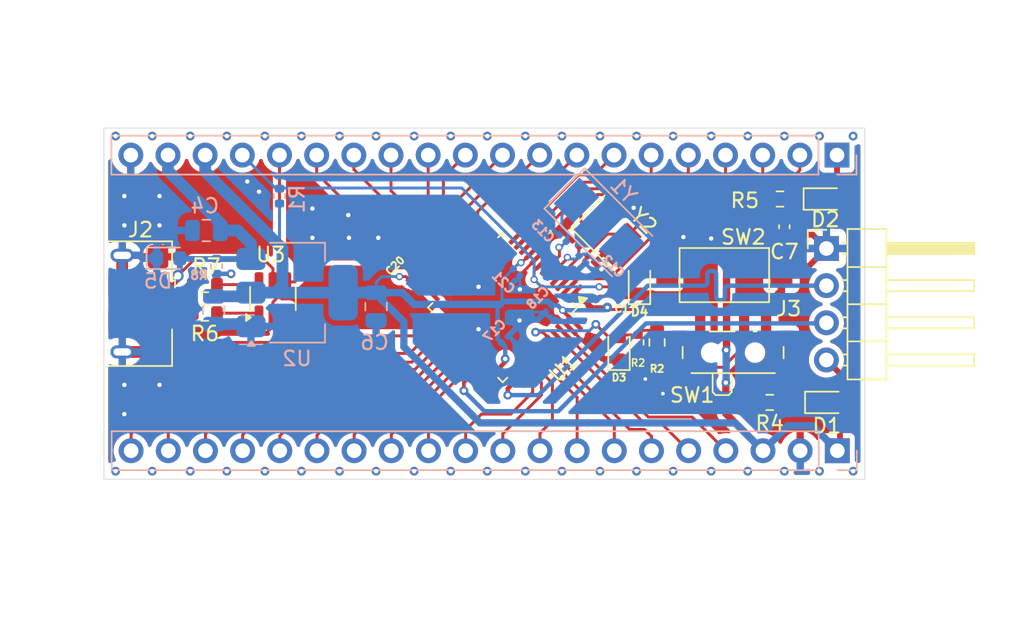
<source format=kicad_pcb>
(kicad_pcb (version 20241229) (generator "pcbnew") (generator_version "9.0")
  (title_block (date "2024-12-05"))
  (layers (0 "F.Cu" signal) (2 "B.Cu" signal) (13 "F.Paste" user) (15 "B.Paste" user) (5 "F.SilkS" user "F.Silkscreen") (7 "B.SilkS" user "B.Silkscreen") (1 "F.Mask" user) (3 "B.Mask" user) (25 "Edge.Cuts" user))
  (net 0 "")
  (net 1 "GND")
  (net 2 "RESET")
  (net 3 "+5V")
  (net 4 "OSC_IN")
  (net 5 "OSC_OUT")
  (net 6 "PC14")
  (net 7 "PC15")
  (net 8 "Net-(D1-K)")
  (net 9 "Net-(D2-K)")
  (net 10 "Net-(J2-D+)")
  (net 11 "Net-(J2-D-)")
  (net 12 "SWCLK")
  (net 13 "SWIO")
  (net 14 "PB9")
  (net 15 "PA8")
  (net 16 "PB13")
  (net 17 "PB8")
  (net 18 "PA9")
  (net 19 "PB6")
  (net 20 "PA12")
  (net 21 "PA11")
  (net 22 "PB12")
  (net 23 "PB3")
  (net 24 "PA15")
  (net 25 "PB15")
  (net 26 "PB7")
  (net 27 "PB4")
  (net 28 "PB5")
  (net 29 "PA10")
  (net 30 "PB14")
  (net 31 "PA0")
  (net 32 "PA5")
  (net 33 "PB1")
  (net 34 "PA4")
  (net 35 "PB0")
  (net 36 "PA1")
  (net 37 "PA3")
  (net 38 "PA6")
  (net 39 "PB10")
  (net 40 "PA7")
  (net 41 "PB11")
  (net 42 "PA2")
  (net 43 "PC13")
  (net 44 "BOOT0")
  (net 45 "+3V3")
  (net 46 "Net-(SW2-B)")
  (net 47 "USB_IN+")
  (net 48 "USB_IN-")
  (footprint "Connector_USB:USB_Micro-B_Amphenol_10118193-0001LF_Horizontal" (layer "F.Cu") (at 108.75 72.25 -90)
    (property "Reference" "J2")
    (property "Value" "USB_B_Micro")
  )
  (footprint "Capacitor_SMD:C_0402_1005Metric" (layer "F.Cu") (at 154 67 -90)
    (property "Reference" "C7")
    (property "Value" "10uf")
  )
  (footprint "Connector_PinHeader_2.54mm:PinHeader_1x04_P2.54mm_Horizontal" (layer "F.Cu") (at 156.875 68.48)
    (property "Reference" "J3")
    (property "Value" "Conn_01x04")
  )
  (footprint "Resistor_SMD:R_0603_1608Metric" (layer "F.Cu") (at 145.3 74.9 -90)
    (property "Reference" "R2")
    (property "Value" "R")
  )
  (footprint "Package_QFP:LQFP-48_7x7mm_P0.5mm" (layer "F.Cu") (at 134.75 72.52 -135)
    (property "Reference" "U1")
    (property "Value" "STM32F103C8Tx")
  )
  (footprint "Crystal:Crystal_SMD_SeikoEpson_FA238-4Pin_3.2x2.5mm" (layer "F.Cu") (at 142 67.4 -45)
    (property "Reference" "Y2")
    (property "Value" "32.768kHz")
  )
  (footprint "Button_Switch_SMD:SW_SPDT_PCM12" (layer "F.Cu") (at 150.5 75.27)
    (property "Reference" "SW2")
    (property "Value" "SW_Push_SPDT")
  )
  (footprint "Diode_SMD:D_0603_1608Metric" (layer "F.Cu") (at 144.1 70.8 90)
    (property "Reference" "D4")
    (property "Value" "PESD0603-240")
  )
  (footprint "Capacitor_SMD:C_0201_0603Metric" (layer "F.Cu") (at 128.6 70.4 45)
    (property "Reference" "C20")
    (property "Value" "100nf")
  )
  (footprint "LED_SMD:LED_0603_1608Metric" (layer "F.Cu") (at 156.8 65.1)
    (property "Reference" "D2")
    (property "Value" "LED")
  )
  (footprint "Capacitor_SMD:C_0201_0603Metric" (layer "F.Cu") (at 142.9 71.42 -90)
    (property "Reference" "C1")
    (property "Value" "100nf")
  )
  (footprint "Package_TO_SOT_SMD:SOT-23-6" (layer "F.Cu") (at 119.05 71.9 90)
    (property "Reference" "U3")
    (property "Value" "USBLC6-2SC6")
  )
  (footprint "Resistor_SMD:R_0603_1608Metric" (layer "F.Cu") (at 153 79 180)
    (property "Reference" "R4")
    (property "Value" "500R")
  )
  (footprint "Resistor_SMD:R_0402_1005Metric" (layer "F.Cu") (at 144 74.9 -90)
    (property "Reference" "R2")
    (property "Value" "10k")
  )
  (footprint "Button_Switch_SMD:SW_SPST_CK_RS282G05A3" (layer "F.Cu") (at 149.9 70.3 180)
    (property "Reference" "SW1")
    (property "Value" "SW_Push")
  )
  (footprint "Capacitor_SMD:C_0201_0603Metric" (layer "F.Cu") (at 139.726274 68.126274 -45)
    (property "Reference" "C15" (hide yes))
    (property "Value" "10pf")
  )
  (footprint "Capacitor_SMD:C_0201_0603Metric" (layer "F.Cu") (at 140.8 69.2 135)
    (property "Reference" "C14" (hide yes))
    (property "Value" "10pf")
  )
  (footprint "LED_SMD:LED_0603_1608Metric" (layer "F.Cu") (at 156.9 79)
    (property "Reference" "D1")
    (property "Value" "LED")
  )
  (footprint "Resistor_SMD:R_0603_1608Metric" (layer "F.Cu") (at 114.4 70.95)
    (property "Reference" "R7")
    (property "Value" "20R")
  )
  (footprint "Resistor_SMD:R_0603_1608Metric" (layer "F.Cu") (at 114.4 72.9)
    (property "Reference" "R6")
    (property "Value" "20R")
  )
  (footprint "Diode_SMD:D_0603_1608Metric" (layer "F.Cu") (at 142.7 75.3 90)
    (property "Reference" "D3")
    (property "Value" "PESD0603-240")
  )
  (footprint "Capacitor_SMD:C_0201_0603Metric" (layer "F.Cu") (at 140.9 72.2 45)
    (property "Reference" "C19" (hide yes))
    (property "Value" "100nf")
  )
  (footprint "Resistor_SMD:R_0603_1608Metric" (layer "F.Cu") (at 153.7 65.1 180)
    (property "Reference" "R5")
    (property "Value" "500R")
  )
  (footprint "Capacitor_SMD:C_0201_0603Metric" (layer "B.Cu") (at 134.9 74.7 45)
    (property "Reference" "C17")
    (property "Value" "100nf")
  )
  (footprint "Capacitor_SMD:C_0201_0603Metric" (layer "B.Cu") (at 135.7 70.1 -45)
    (property "Reference" "C21")
    (property "Value" "100nf")
  )
  (footprint "Capacitor_SMD:C_0805_2012Metric" (layer "B.Cu") (at 115 72.7 -90)
    (property "Reference" "C16")
    (property "Value" "4.7uf")
  )
  (footprint "Connector_PinHeader_2.54mm:PinHeader_1x20_P2.54mm_Vertical" (layer "B.Cu") (at 157.62 82.3 90)
    (property "Reference" "J4" (hide yes))
    (property "Value" "Conn_01x20")
  )
  (footprint "Capacitor_SMD:C_0201_0603Metric" (layer "B.Cu") (at 140.2 69.2 135)
    (property "Reference" "C12")
    (property "Value" "20pf")
  )
  (footprint "Resistor_SMD:R_0402_1005Metric" (layer "B.Cu") (at 115.2 69.7 90)
    (property "Reference" "R8")
    (property "Value" "4.7K")
  )
  (footprint "Capacitor_SMD:C_0201_0603Metric" (layer "B.Cu") (at 138.873726 67.773726 -45)
    (property "Reference" "C13")
    (property "Value" "20pf")
  )
  (footprint "Capacitor_SMD:C_0805_2012Metric" (layer "B.Cu") (at 126.1 72.45 -90)
    (property "Reference" "C6")
    (property "Value" "22uf")
  )
  (footprint "Capacitor_SMD:C_0201_0603Metric" (layer "B.Cu") (at 137.9 72.6 -135)
    (property "Reference" "C18")
    (property "Value" "100nf")
  )
  (footprint "Package_TO_SOT_SMD:SOT-223-3_TabPin2" (layer "B.Cu") (at 120.7 71.5)
    (property "Reference" "U2")
    (property "Value" "AMS1117-3.3")
  )
  (footprint "Diode_SMD:D_0603_1608Metric" (layer "B.Cu") (at 111.9 69.15)
    (property "Reference" "D5")
    (property "Value" "PESD0603-240")
  )
  (footprint "Resistor_SMD:R_0402_1005Metric" (layer "B.Cu") (at 119.5 64.9 90)
    (property "Reference" "R1")
    (property "Value" "10k")
  )
  (footprint "Connector_PinHeader_2.54mm:PinHeader_1x20_P2.54mm_Vertical" (layer "B.Cu") (at 157.6 62.1 90)
    (property "Reference" "J5" (hide yes))
    (property "Value" "Conn_01x20")
  )
  (footprint "Capacitor_SMD:C_0805_2012Metric" (layer "B.Cu") (at 114.5 67.25 180)
    (property "Reference" "C4")
    (property "Value" "22uf")
  )
  (footprint "Crystal:Crystal_SMD_0603-2Pin_6.0x3.5mm" (layer "B.Cu") (at 141.344365 66.744365 -45)
    (property "Reference" "Y1")
    (property "Value" "8MHZ")
  )
  (gr_rect (start 107.5 60.25) (end 159.5 84.25) (stroke (width 0.05)) (fill no) (layer "Edge.Cuts"))
  (via (at 156.4 83.7) (size 0.6) (drill 0.3) (layers "F.Cu" "B.Cu") (net 0))
  (via (at 143.9 60.8) (size 0.6) (drill 0.3) (layers "F.Cu" "B.Cu") (net 0))
  (via (at 156.4 60.8) (size 0.6) (drill 0.3) (layers "F.Cu" "B.Cu") (net 0))
  (via (at 110.8 60.8) (size 0.6) (drill 0.3) (layers "F.Cu" "B.Cu") (net 0))
  (via (at 146.4 83.7) (size 0.6) (drill 0.3) (layers "F.Cu" "B.Cu") (net 0))
  (via (at 118.5 60.8) (size 0.6) (drill 0.3) (layers "F.Cu" "B.Cu") (net 0))
  (via (at 128.7 83.7) (size 0.6) (drill 0.3) (layers "F.Cu" "B.Cu") (net 0))
  (via (at 110.8 83.7) (size 0.6) (drill 0.3) (layers "F.Cu" "B.Cu") (net 0))
  (via (at 158.7 60.8) (size 0.6) (drill 0.3) (layers "F.Cu" "B.Cu") (net 0))
  (via (at 138.8 60.8) (size 0.6) (drill 0.3) (layers "F.Cu" "B.Cu") (net 0))
  (via (at 108.3 83.7) (size 0.6) (drill 0.3) (layers "F.Cu" "B.Cu") (net 0))
  (via (at 138.8 83.7) (size 0.6) (drill 0.3) (layers "F.Cu" "B.Cu") (net 0))
  (via (at 131.2 60.8) (size 0.6) (drill 0.3) (layers "F.Cu" "B.Cu") (net 0))
  (via (at 113.4 83.7) (size 0.6) (drill 0.3) (layers "F.Cu" "B.Cu") (net 0))
  (via (at 115.9 83.7) (size 0.6) (drill 0.3) (layers "F.Cu" "B.Cu") (net 0))
  (via (at 158.7 83.7) (size 0.6) (drill 0.3) (layers "F.Cu" "B.Cu") (net 0))
  (via (at 151.5 60.8) (size 0.6) (drill 0.3) (layers "F.Cu" "B.Cu") (net 0))
  (via (at 126.1 60.8) (size 0.6) (drill 0.3) (layers "F.Cu" "B.Cu") (net 0))
  (via (at 123.6 60.8) (size 0.6) (drill 0.3) (layers "F.Cu" "B.Cu") (net 0))
  (via (at 136.3 60.8) (size 0.6) (drill 0.3) (layers "F.Cu" "B.Cu") (net 0))
  (via (at 149 83.7) (size 0.6) (drill 0.3) (layers "F.Cu" "B.Cu") (net 0))
  (via (at 126.1 83.7) (size 0.6) (drill 0.3) (layers "F.Cu" "B.Cu") (net 0))
  (via (at 133.7 60.8) (size 0.6) (drill 0.3) (layers "F.Cu" "B.Cu") (net 0))
  (via (at 123.6 83.7) (size 0.6) (drill 0.3) (layers "F.Cu" "B.Cu") (net 0))
  (via (at 149 60.8) (size 0.6) (drill 0.3) (layers "F.Cu" "B.Cu") (net 0))
  (via (at 143.9 83.7) (size 0.6) (drill 0.3) (layers "F.Cu" "B.Cu") (net 0))
  (via (at 136.3 83.7) (size 0.6) (drill 0.3) (layers "F.Cu" "B.Cu") (net 0))
  (via (at 146.4 60.8) (size 0.6) (drill 0.3) (layers "F.Cu" "B.Cu") (net 0))
  (via (at 108.3 60.8) (size 0.6) (drill 0.3) (layers "F.Cu" "B.Cu") (net 0))
  (via (at 121 60.8) (size 0.6) (drill 0.3) (layers "F.Cu" "B.Cu") (net 0))
  (via (at 131.2 83.7) (size 0.6) (drill 0.3) (layers "F.Cu" "B.Cu") (net 0))
  (via (at 128.7 60.8) (size 0.6) (drill 0.3) (layers "F.Cu" "B.Cu") (net 0))
  (via (at 121 83.7) (size 0.6) (drill 0.3) (layers "F.Cu" "B.Cu") (net 0))
  (via (at 113.4 60.8) (size 0.6) (drill 0.3) (layers "F.Cu" "B.Cu") (net 0))
  (via (at 154 60.8) (size 0.6) (drill 0.3) (layers "F.Cu" "B.Cu") (net 0))
  (via (at 154 83.7) (size 0.6) (drill 0.3) (layers "F.Cu" "B.Cu") (net 0))
  (via (at 151.5 83.7) (size 0.6) (drill 0.3) (layers "F.Cu" "B.Cu") (net 0))
  (via (at 141.4 60.8) (size 0.6) (drill 0.3) (layers "F.Cu" "B.Cu") (net 0))
  (via (at 118.5 83.7) (size 0.6) (drill 0.3) (layers "F.Cu" "B.Cu") (net 0))
  (via (at 115.9 60.8) (size 0.6) (drill 0.3) (layers "F.Cu" "B.Cu") (net 0))
  (via (at 133.7 83.7) (size 0.6) (drill 0.3) (layers "F.Cu" "B.Cu") (net 0))
  (via (at 141.4 83.7) (size 0.6) (drill 0.3) (layers "F.Cu" "B.Cu") (net 0))
  (segment (start 135.127818 71.1) (end 137.163002 69.064816) (width 0.2) (layer "F.Cu") (net 1))
  (segment (start 112.15 75.45) (end 111.2 75.45) (width 0.2) (layer "F.Cu") (net 1))
  (segment (start 119.05 73.8) (end 118.55 74.3) (width 0.2) (layer "F.Cu") (net 1))
  (segment (start 132.06934 70.9) (end 131.276338 70.106998) (width 0.2) (layer "F.Cu") (net 1))
  (segment (start 142.212132 68.743503) (end 141.709045 68.743503) (width 0.3) (layer "F.Cu") (net 1))
  (segment (start 132.9 70.9) (end 132.06934 70.9) (width 0.2) (layer "F.Cu") (net 1))
  (segment (start 155.935 67.54) (end 156.875 68.48) (width 0.4) (layer "F.Cu") (net 1))
  (segment (start 142.7 76.0875) (end 141.49948 76.0875) (width 0.2) (layer "F.Cu") (net 1))
  (segment (start 154 67.54) (end 155.935 67.54) (width 0.4) (layer "F.Cu") (net 1))
  (segment (start 139.5 67.9) (end 139.1 67.5) (width 0.2) (layer "F.Cu") (net 1))
  (segment (start 134 76.45198) (end 133.397658 77.054322) (width 0.2) (layer "F.Cu") (net 1))
  (segment (start 119.4 71.8) (end 120.265552 71.8) (width 0.2) (layer "F.Cu") (net 1))
  (segment (start 137.163002 69.064816) (end 137.163002 69.046338) (width 0.2) (layer "F.Cu") (net 1))
  (segment (start 134 75) (end 134 76.45198) (width 0.2) (layer "F.Cu") (net 1))
  (segment (start 119.05 73.0375) (end 119.05 72.15) (width 0.2) (layer "F.Cu") (net 1))
  (segment (start 137.8 68.40934) (end 137.163002 69.046338) (width 0.2) (layer "F.Cu") (net 1))
  (segment (start 130.215678 71.167658) (end 130.84802 71.8) (width 0.2) (layer "F.Cu") (net 1))
  (segment (start 131.5 71.8) (end 132.1 71.2) (width 0.2) (layer "F.Cu") (net 1))
  (segment (start 138.472182 73.1) (end 136.2 73.1) (width 0.2) (layer "F.Cu") (net 1))
  (segment (start 136.2 73.1) (end 135.9 73.4) (width 0.2) (layer "F.Cu") (net 1))
  (segment (start 153.8 70.3) (end 155.055 70.3) (width 0.4) (layer "F.Cu") (net 1))
  (segment (start 138.4 67.5) (end 137.8 68.1) (width 0.2) (layer "F.Cu") (net 1))
  (segment (start 133.1 71.1) (end 135.127818 71.1) (width 0.2) (layer "F.Cu") (net 1))
  (segment (start 119.05 73.0375) (end 119.05 73.8) (width 0.2) (layer "F.Cu") (net 1))
  (segment (start 139.1 67.5) (end 138.4 67.5) (width 0.2) (layer "F.Cu") (net 1))
  (segment (start 129.44802 70.4) (end 130.215678 71.167658) (width 0.2) (layer "F.Cu") (net 1))
  (segment (start 119.05 72.15) (end 119.4 71.8) (width 0.2) (layer "F.Cu") (net 1))
  (segment (start 133.1 71.1) (end 133.1 74.1) (width 0.2) (layer "F.Cu") (net 1))
  (segment (start 143.9475 71.74) (end 144.1 71.5875) (width 0.3) (layer "F.Cu") (net 1))
  (segment (start 128.452548 69.8) (end 129.052548 70.4) (width 0.2) (layer "F.Cu") (net 1))
  (segment (start 133.2 71.1) (end 135.5 73.4) (width 0.2) (layer "F.Cu") (net 1))
  (segment (start 139.244524 73.872342) (end 138.472182 73.1) (width 0.2) (layer "F.Cu") (net 1))
  (segment (start 113.3 74.3) (end 112.15 75.45) (width 0.2) (layer "F.Cu") (net 1))
  (segment (start 118.55 74.3) (end 113.3 74.3) (width 0.2) (layer "F.Cu") (net 1))
  (segment (start 108.75 71.05) (end 108.75 73.45) (width 0.8) (layer "F.Cu") (net 1))
  (segment (start 133.1 74.1) (end 134 75) (width 0.2) (layer "F.Cu") (net 1))
  (segment (start 135.5 73.4) (end 135.9 73.4) (width 0.2) (layer "F.Cu") (net 1))
  (segment (start 133.1 71.1) (end 133.2 71.1) (width 0.2) (layer "F.Cu") (net 1))
  (segment (start 152.75 73.84) (end 152.75 72.35) (width 0.4) (layer "F.Cu") (net 1))
  (segment (start 133.1 71.1) (end 132.9 70.9) (width 0.2) (layer "F.Cu") (net 1))
  (segment (start 155.055 70.3) (end 156.875 68.48) (width 0.4) (layer "F.Cu") (net 1))
  (segment (start 142.9 71.74) (end 143.9475 71.74) (width 0.3) (layer "F.Cu") (net 1))
  (segment (start 143.343503 66.056497) (end 141.787868 66.056497) (width 0.2) (layer "F.Cu") (net 1))
  (segment (start 111.1 75.55) (end 111.2 75.45) (width 0.8) (layer "F.Cu") (net 1))
  (segment (start 153.8 71.3) (end 153.8 70.3) (width 0.4) (layer "F.Cu") (net 1))
  (segment (start 129.052548 70.4) (end 129.44802 70.4) (width 0.2) (layer "F.Cu") (net 1))
  (segment (start 141.36 71.74) (end 142.9 71.74) (width 0.2) (layer "F.Cu") (net 1))
  (segment (start 122.265552 69.8) (end 128.452548 69.8) (width 0.2) (layer "F.Cu") (net 1))
  (segment (start 152.75 72.35) (end 153.8 71.3) (width 0.4) (layer "F.Cu") (net 1))
  (segment (start 143.7 65.7) (end 143.343503 66.056497) (width 0.2) (layer "F.Cu") (net 1))
  (segment (start 141.126274 71.973726) (end 141.36 71.74) (width 0.2) (layer "F.Cu") (net 1))
  (segment (start 139.284322 73.872342) (end 139.244524 73.872342) (width 0.2) (layer "F.Cu") (net 1))
  (segment (start 108.75 75.55) (end 111.1 75.55) (width 0.8) (layer "F.Cu") (net 1))
  (segment (start 108.75 71.05) (end 108.75 68.95) (width 0.8) (layer "F.Cu") (net 1))
  (segment (start 141.709045 68.743503) (end 141.026274 69.426274) (width 0.3) (layer "F.Cu") (net 1))
  (segment (start 132.1 71.2) (end 132.1 70.93066) (width 0.2) (layer "F.Cu") (net 1))
  (segment (start 141.026274 69.426274) (end 141.5 69.9) (width 0.3) (layer "F.Cu") (net 1))
  (segment (start 137.8 68.1) (end 137.8 68.40934) (width 0.2) (layer "F.Cu") (net 1))
  (segment (start 108.75 73.45) (end 108.75 75.55) (width 0.4) (layer "F.Cu") (net 1))
  (segment (start 120.265552 71.8) (end 122.265552 69.8) (width 0.2) (layer "F.Cu") (net 1))
  (segment (start 141.49948 76.0875) (end 139.284322 73.872342) (width 0.2) (layer "F.Cu") (net 1))
  (segment (start 132.1 70.93066) (end 131.276338 70.106998) (width 0.2) (layer "F.Cu") (net 1))
  (segment (start 130.84802 71.8) (end 131.5 71.8) (width 0.2) (layer "F.Cu") (net 1))
  (via (at 143.7 65.7) (size 0.6) (drill 0.3) (layers "F.Cu" "B.Cu") (net 1))
  (via (at 111.3 77.8) (size 0.6) (drill 0.3) (layers "F.Cu" "B.Cu") (net 1))
  (via (at 124.25 67.75) (size 0.6) (drill 0.3) (layers "F.Cu" "B.Cu") (net 1))
  (via (at 124.2 66.2) (size 0.6) (drill 0.3) (layers "F.Cu" "B.Cu") (net 1))
  (via (at 141.5 69.9) (size 0.6) (drill 0.3) (layers "F.Cu" "B.Cu") (net 1))
  (via (at 133.1 71.1) (size 0.6) (drill 0.3) (layers "F.Cu" "B.Cu") (net 1))
  (via (at 145.7 78.4) (size 0.65) (drill 0.25) (layers "F.Cu" "B.Cu") (net 1))
  (via (at 117.3 63.9) (size 0.6) (drill 0.3) (layers "F.Cu" "B.Cu") (net 1))
  (via (at 121.75 67.75) (size 0.6) (drill 0.3) (layers "F.Cu" "B.Cu") (net 1))
  (via (at 108.9 66.9) (size 0.6) (drill 0.3) (layers "F.Cu" "B.Cu") (net 1))
  (via (at 144.5 77.4) (size 0.65) (drill 0.25) (layers "F.Cu" "B.Cu") (net 1))
  (via (at 135.9 73.4) (size 0.6) (drill 0.3) (layers "F.Cu" "B.Cu") (net 1))
  (via (at 147.1 67.7) (size 0.6) (drill 0.3) (layers "F.Cu" "B.Cu") (net 1))
  (via (at 135.926274 71.273726) (size 0.6) (drill 0.3) (layers "F.Cu" "B.Cu") (net 1))
  (via (at 108.9 79.8) (size 0.6) (drill 0.3) (layers "F.Cu" "B.Cu") (net 1))
  (via (at 108.9 77.8) (size 0.6) (drill 0.3) (layers "F.Cu" "B.Cu") (net 1))
  (via (at 111.3 64.9) (size 0.6) (drill 0.3) (layers "F.Cu" "B.Cu") (net 1))
  (via (at 121.75 65.75) (size 0.6) (drill 0.3) (layers "F.Cu" "B.Cu") (net 1))
  (via (at 133.1 74) (size 0.6) (drill 0.3) (layers "F.Cu" "B.Cu") (net 1))
  (via (at 118.1 64.6) (size 0.6) (drill 0.3) (layers "F.Cu" "B.Cu") (net 1))
  (via (at 111.3 66.9) (size 0.6) (drill 0.3) (layers "F.Cu" "B.Cu") (net 1))
  (via (at 149 67.8) (size 0.6) (drill 0.3) (layers "F.Cu" "B.Cu") (net 1))
  (via (at 108.9 64.9) (size 0.6) (drill 0.3) (layers "F.Cu" "B.Cu") (net 1))
  (via (at 126.25 67.75) (size 0.6) (drill 0.3) (layers "F.Cu" "B.Cu") (net 1))
  (segment (start 135.9 73.4) (end 136.473726 72.826274) (width 0.2) (layer "B.Cu") (net 1))
  (segment (start 117.4 73.65) (end 115 73.65) (width 0.8) (layer "B.Cu") (net 1))
  (segment (start 117.55 73.8) (end 117.4 73.65) (width 0.8) (layer "B.Cu") (net 1))
  (segment (start 135.926274 71.273726) (end 135.926274 70.326274) (width 0.2) (layer "B.Cu") (net 1))
  (segment (start 136.473726 72.826274) (end 137.673726 72.826274) (width 0.2) (layer "B.Cu") (net 1))
  (segment (start 145.8 70.1) (end 144.1875 70.1) (width 0.2) (layer "F.Cu") (net 2))
  (segment (start 144.1875 70.1) (end 144.1 70.0125) (width 0.2) (layer "F.Cu") (net 2))
  (segment (start 143.85 70.85) (end 143.15 70.85) (width 0.2) (layer "F.Cu") (net 2))
  (segment (start 146 70.3) (end 145.8 70.1) (width 0.2) (layer "F.Cu") (net 2))
  (segment (start 143.15 70.85) (end 142.9 71.1) (width 0.2) (layer "F.Cu") (net 2))
  (segment (start 144.1 70.6) (end 143.85 70.85) (width 0.2) (layer "F.Cu") (net 2))
  (segment (start 136.9 70.016446) (end 137.516555 69.399891) (width 0.2) (layer "F.Cu") (net 2))
  (segment (start 136.9 70.6) (end 136.9 70.016446) (width 0.2) (layer "F.Cu") (net 2))
  (segment (start 142.9 71.1) (end 141.35 71.1) (width 0.2) (layer "F.Cu") (net 2))
  (segment (start 144.1 70.0125) (end 144.1 70.6) (width 0.2) (layer "F.Cu") (net 2))
  (via (at 141.35 71.1) (size 0.5) (drill 0.3) (layers "F.Cu" "B.Cu") (net 2))
  (via (at 136.9 70.6) (size 0.5) (drill 0.3) (layers "F.Cu" "B.Cu") (net 2))
  (segment (start 137.4 71.1) (end 141.35 71.1) (width 0.2) (layer "B.Cu") (net 2))
  (segment (start 119.21 64.35) (end 131.95 64.35) (width 0.2) (layer "B.Cu") (net 2))
  (segment (start 116.96 62.1) (end 119.21 64.35) (width 0.2) (layer "B.Cu") (net 2))
  (segment (start 136.9 70.6) (end 137.4 71.1) (width 0.2) (layer "B.Cu") (net 2))
  (segment (start 131.95 64.35) (end 136.9 69.3) (width 0.2) (layer "B.Cu") (net 2))
  (segment (start 136.9 69.3) (end 136.9 70.6) (width 0.2) (layer "B.Cu") (net 2))
  (segment (start 112.55 70.65) (end 112.25 70.95) (width 0.3) (layer "F.Cu") (net 3))
  (segment (start 112.25 70.95) (end 111.425 70.95) (width 0.3) (layer "F.Cu") (net 3))
  (segment (start 119.05 69.85) (end 118.5 69.3) (width 0.2) (layer "F.Cu") (net 3))
  (segment (start 113.6 69.3) (end 112.55 70.35) (width 0.2) (layer "F.Cu") (net 3))
  (segment (start 119.05 70.7625) (end 119.05 69.85) (width 0.2) (layer "F.Cu") (net 3))
  (segment (start 118.5 69.3) (end 113.6 69.3) (width 0.2) (layer "F.Cu") (net 3))
  (segment (start 112.55 70.35) (end 112.55 70.65) (width 0.3) (layer "F.Cu") (net 3))
  (via (at 112.55 70.35) (size 0.8) (drill 0.5) (layers "F.Cu" "B.Cu") (net 3))
  (segment (start 116.65 67.25) (end 115.45 67.25) (width 0.8) (layer "B.Cu") (net 3))
  (segment (start 115.45 66.75) (end 111.88 63.18) (width 0.8) (layer "B.Cu") (net 3))
  (segment (start 112.725 69.1875) (end 113.6 69.1875) (width 0.4) (layer "B.Cu") (net 3))
  (segment (start 117.55 69.2) (end 113.6125 69.2) (width 0.4) (layer "B.Cu") (net 3))
  (segment (start 117.55 69.2) (end 117.55 68.15) (width 0.8) (layer "B.Cu") (net 3))
  (segment (start 117.55 68.15) (end 116.65 67.25) (width 0.8) (layer "B.Cu") (net 3))
  (segment (start 112.6875 69.15) (end 112.725 69.1875) (width 0.4) (layer "B.Cu") (net 3))
  (segment (start 115.45 67.25) (end 115.45 66.75) (width 0.8) (layer "B.Cu") (net 3))
  (segment (start 112.6875 70.2125) (end 112.6875 69.15) (width 0.4) (layer "B.Cu") (net 3))
  (segment (start 112.55 70.35) (end 112.6875 70.2125) (width 0.4) (layer "B.Cu") (net 3))
  (segment (start 111.88 63.18) (end 111.88 62.1) (width 0.8) (layer "B.Cu") (net 3))
  (segment (start 139.171779 69.088169) (end 139.171779 69.158881) (width 0.2) (layer "F.Cu") (net 4))
  (segment (start 139.171779 69.158881) (end 138.223662 70.106998) (width 0.2) (layer "F.Cu") (net 4))
  (via (at 139.171779 69.088169) (size 0.5) (drill 0.3) (layers "F.Cu" "B.Cu") (net 4))
  (segment (start 141.9 69.3) (end 141.008522 69.3) (width 0.2) (layer "B.Cu") (net 4))
  (segment (start 139.747452 69.2) (end 139.973726 68.973726) (width 0.2) (layer "B.Cu") (net 4))
  (segment (start 142.9 68.3) (end 141.9 69.3) (width 0.2) (layer "B.Cu") (net 4))
  (segment (start 141.008522 69.3) (end 140.569202 68.86068) (width 0.2) (layer "B.Cu") (net 4))
  (segment (start 140.0508 69.0508) (end 139.973726 68.973726) (width 0.2) (layer "B.Cu") (net 4))
  (segment (start 139.28361 69.2) (end 139.747452 69.2) (width 0.2) (layer "B.Cu") (net 4))
  (segment (start 140.24092 68.86068) (end 140.0508 69.0508) (width 0.2) (layer "B.Cu") (net 4))
  (segment (start 139.171779 69.088169) (end 139.28361 69.2) (width 0.2) (layer "B.Cu") (net 4))
  (segment (start 140.569202 68.86068) (end 140.24092 68.86068) (width 0.2) (layer "B.Cu") (net 4))
  (segment (start 138.629974 68.99358) (end 137.870109 69.753445) (width 0.2) (layer "F.Cu") (net 5))
  (segment (start 138.6 68.4) (end 138.629974 68.429974) (width 0.2) (layer "F.Cu") (net 5))
  (segment (start 138.629974 68.429974) (end 138.629974 68.99358) (width 0.2) (layer "F.Cu") (net 5))
  (via (at 138.6 68.4) (size 0.5) (drill 0.3) (layers "F.Cu" "B.Cu") (net 5))
  (segment (start 139.78873 65.18873) (end 138.8 66.17746) (width 0.2) (layer "B.Cu") (net 5))
  (segment (start 139.213046 67.404524) (end 139.213046 67.732806) (width 0.2) (layer "B.Cu") (net 5))
  (segment (start 139.022926 67.922926) (end 139.1 68) (width 0.2) (layer "B.Cu") (net 5))
  (segment (start 139.213046 67.732806) (end 139.022926 67.922926) (width 0.2) (layer "B.Cu") (net 5))
  (segment (start 138.7 68.4) (end 139.1 68) (width 0.2) (layer "B.Cu") (net 5))
  (segment (start 138.6 68.4) (end 138.7 68.4) (width 0.2) (layer "B.Cu") (net 5))
  (segment (start 138.8 66.17746) (end 138.8 66.991478) (width 0.2) (layer "B.Cu") (net 5))
  (segment (start 138.8 66.991478) (end 139.213046 67.404524) (width 0.2) (layer "B.Cu") (net 5))
  (segment (start 145.45 65.45) (end 150.45 65.45) (width 0.2) (layer "F.Cu") (net 6))
  (segment (start 143.231371 67.5) (end 143.343503 67.612132) (width 0.2) (layer "F.Cu") (net 6))
  (segment (start 140.573726 68.826274) (end 141.9 67.5) (width 0.2) (layer "F.Cu") (net 6))
  (segment (start 140.3 69.444874) (end 138.930769 70.814105) (width 0.2) (layer "F.Cu") (net 6))
  (segment (start 141.9 67.5) (end 143.231371 67.5) (width 0.2) (layer "F.Cu") (net 6))
  (segment (start 140.573726 69.029725) (end 140.3 69.303451) (width 0.2) (layer "F.Cu") (net 6))
  (segment (start 143.343503 67.612132) (end 143.343503 67.556497) (width 0.2) (layer "F.Cu") (net 6))
  (segment (start 140.3 69.303451) (end 140.3 69.444874) (width 0.2) (layer "F.Cu") (net 6))
  (segment (start 143.343503 67.556497) (end 145.45 65.45) (width 0.2) (layer "F.Cu") (net 6))
  (segment (start 150.45 65.45) (end 152.52 63.38) (width 0.2) (layer "F.Cu") (net 6))
  (segment (start 140.573726 68.973726) (end 140.573726 69.029725) (width 0.2) (layer "F.Cu") (net 6))
  (segment (start 140.573726 68.973726) (end 140.573726 68.826274) (width 0.2) (layer "F.Cu") (net 6))
  (segment (start 152.52 63.38) (end 152.52 62.1) (width 0.2) (layer "F.Cu") (net 6))
  (segment (start 140.656497 67.187868) (end 140.656497 67.648599) (width 0.2) (layer "F.Cu") (net 7))
  (segment (start 141.2 64.8) (end 140.1 65.9) (width 0.2) (layer "F.Cu") (net 7))
  (segment (start 149.98 63.32) (end 148.5 64.8) (width 0.2) (layer "F.Cu") (net 7))
  (segment (start 148.5 64.8) (end 141.2 64.8) (width 0.2) (layer "F.Cu") (net 7))
  (segment (start 139.952548 68.352548) (end 139.952548 69.085218) (width 0.2) (layer "F.Cu") (net 7))
  (segment (start 140.1 65.9) (end 140.1 66.631371) (width 0.2) (layer "F.Cu") (net 7))
  (segment (start 149.98 62.1) (end 149.98 63.32) (width 0.2) (layer "F.Cu") (net 7))
  (segment (start 140.1 66.631371) (end 140.656497 67.187868) (width 0.2) (layer "F.Cu") (net 7))
  (segment (start 140.656497 67.648599) (end 139.952548 68.352548) (width 0.2) (layer "F.Cu") (net 7))
  (segment (start 139.952548 69.085218) (end 138.577215 70.460551) (width 0.2) (layer "F.Cu") (net 7))
  (segment (start 156.1125 79) (end 153.825 79) (width 0.4) (layer "F.Cu") (net 8))
  (segment (start 154.525 65.1) (end 156.0125 65.1) (width 0.2) (layer "F.Cu") (net 9))
  (segment (start 111.425 72.25) (end 112.925 72.25) (width 0.2) (layer "F.Cu") (net 10))
  (segment (start 112.925 72.25) (end 113.575 72.9) (width 0.2) (layer "F.Cu") (net 10))
  (segment (start 111.425 71.6) (end 112.925 71.6) (width 0.2) (layer "F.Cu") (net 11))
  (segment (start 112.925 71.6) (end 113.575 70.95) (width 0.2) (layer "F.Cu") (net 11))
  (segment (start 135.1 78.5) (end 135.1 78.056664) (width 0.3) (layer "F.Cu") (net 12))
  (segment (start 135.1 78.056664) (end 135.748788 77.407876) (width 0.3) (layer "F.Cu") (net 12))
  (via (at 135.1 78.5) (size 0.6) (drill 0.3) (layers "F.Cu" "B.Cu") (net 12))
  (segment (start 137.2 78.5) (end 144.68 71.02) (width 0.3) (layer "B.Cu") (net 12))
  (segment (start 149.94 71.78) (end 149.94 71.26) (width 0.3) (layer "B.Cu") (net 12))
  (segment (start 150.18 71.02) (end 150.3 71.02) (width 0.3) (layer "B.Cu") (net 12))
  (segment (start 149.58 72.02) (end 149.7 72.02) (width 0.3) (layer "B.Cu") (net 12))
  (segment (start 148.98 70.02) (end 149.1 70.02) (width 0.3) (layer "B.Cu") (net 12))
  (segment (start 135.1 78.5) (end 137.2 78.5) (width 0.3) (layer "B.Cu") (net 12))
  (segment (start 148.74 70.78) (end 148.74 70.26) (width 0.3) (layer "B.Cu") (net 12))
  (segment (start 150.555343 71.02) (end 156.875 71.02) (width 0.3) (layer "B.Cu") (net 12))
  (segment (start 144.68 71.02) (end 148.5 71.02) (width 0.3) (layer "B.Cu") (net 12))
  (segment (start 149.34 70.78) (end 149.34 71.78) (width 0.3) (layer "B.Cu") (net 12))
  (segment (start 150.3 71.02) (end 150.555343 71.02) (width 0.3) (layer "B.Cu") (net 12))
  (segment (start 149.34 70.26) (end 149.34 70.78) (width 0.3) (layer "B.Cu") (net 12))
  (arc (start 148.74 70.26) (mid 148.810294 70.090294) (end 148.98 70.02) (width 0.3) (layer "B.Cu") (net 12))
  (arc (start 149.1 70.02) (mid 149.269706 70.090294) (end 149.34 70.26) (width 0.3) (layer "B.Cu") (net 12))
  (arc (start 149.94 71.26) (mid 150.010294 71.090294) (end 150.18 71.02) (width 0.3) (layer "B.Cu") (net 12))
  (arc (start 148.5 71.02) (mid 148.669706 70.949706) (end 148.74 70.78) (width 0.3) (layer "B.Cu") (net 12))
  (arc (start 149.7 72.02) (mid 149.869706 71.949706) (end 149.94 71.78) (width 0.3) (layer "B.Cu") (net 12))
  (arc (start 149.34 71.78) (mid 149.410294 71.949706) (end 149.58 72.02) (width 0.3) (layer "B.Cu") (net 12))
  (segment (start 132.1 78.2) (end 132.1 77.644874) (width 0.25) (layer "F.Cu") (net 13))
  (segment (start 132.1 77.644874) (end 133.044105 76.700769) (width 0.25) (layer "F.Cu") (net 13))
  (via (at 132.1 78.2) (size 0.6) (drill 0.3) (layers "F.Cu" "B.Cu") (net 13))
  (segment (start 156.835 73.6) (end 144.55 73.6) (width 0.3) (layer "B.Cu") (net 13))
  (segment (start 138.55 79.6) (end 133.5 79.6) (width 0.3) (layer "B.Cu") (net 13))
  (segment (start 156.875 73.56) (end 156.835 73.6) (width 0.3) (layer "B.Cu") (net 13))
  (segment (start 144.55 73.6) (end 138.55 79.6) (width 0.3) (layer "B.Cu") (net 13))
  (segment (start 133.5 79.6) (end 132.1 78.2) (width 0.3) (layer "B.Cu") (net 13))
  (segment (start 147.7 80) (end 150 82.3) (width 0.2) (layer "F.Cu") (net 14))
  (segment (start 144.704874 80) (end 147.7 80) (width 0.2) (layer "F.Cu") (net 14))
  (segment (start 138.930769 74.225895) (end 144.704874 80) (width 0.2) (layer "F.Cu") (net 14))
  (segment (start 119.52 82.3) (end 119.52 81.28) (width 0.2) (layer "F.Cu") (net 15))
  (segment (start 123.55 77.25) (end 128.95934 77.25) (width 0.2) (layer "F.Cu") (net 15))
  (segment (start 119.52 81.28) (end 123.55 77.25) (width 0.2) (layer "F.Cu") (net 15))
  (segment (start 128.95934 77.25) (end 131.276338 74.933002) (width 0.2) (layer "F.Cu") (net 15))
  (segment (start 130.215678 73.872342) (end 129.63802 74.45) (width 0.2) (layer "F.Cu") (net 16))
  (segment (start 129.6 74.45) (end 128.4 75.65) (width 0.2) (layer "F.Cu") (net 16))
  (segment (start 129.63802 74.45) (end 129.6 74.45) (width 0.2) (layer "F.Cu") (net 16))
  (segment (start 117.35 75.65) (end 111.9 81.1) (width 0.2) (layer "F.Cu") (net 16))
  (segment (start 128.4 75.65) (end 117.35 75.65) (width 0.2) (layer "F.Cu") (net 16))
  (segment (start 111.9 81.1) (end 111.9 82.3) (width 0.2) (layer "F.Cu") (net 16))
  (segment (start 144.443654 80.445888) (end 145.605888 80.445888) (width 0.2) (layer "F.Cu") (net 17))
  (segment (start 145.605888 80.445888) (end 147.46 82.3) (width 0.2) (layer "F.Cu") (net 17))
  (segment (start 138.577215 74.579449) (end 144.443654 80.445888) (width 0.2) (layer "F.Cu") (net 17))
  (segment (start 125.55 77.75) (end 129.166446 77.75) (width 0.2) (layer "F.Cu") (net 18))
  (segment (start 122.06 82.3) (end 122.06 81.24) (width 0.2) (layer "F.Cu") (net 18))
  (segment (start 129.166446 77.75) (end 131.629891 75.286555) (width 0.2) (layer "F.Cu") (net 18))
  (segment (start 122.06 81.24) (end 125.55 77.75) (width 0.2) (layer "F.Cu") (net 18))
  (segment (start 142.38 80.503554) (end 142.38 82.3) (width 0.2) (layer "F.Cu") (net 19))
  (segment (start 137.516555 75.640109) (end 142.38 80.503554) (width 0.2) (layer "F.Cu") (net 19))
  (segment (start 129.68 79.357766) (end 132.690551 76.347215) (width 0.2) (layer "F.Cu") (net 20))
  (segment (start 129.68 82.3) (end 129.68 79.357766) (width 0.2) (layer "F.Cu") (net 20))
  (segment (start 127.14 81.19066) (end 132.336998 75.993662) (width 0.2) (layer "F.Cu") (net 21))
  (segment (start 127.14 82.3) (end 127.14 81.19066) (width 0.2) (layer "F.Cu") (net 21))
  (segment (start 122.840671 74.45) (end 122.781972 74.45) (width 0.2) (layer "F.Cu") (net 22))
  (segment (start 120 73.6) (end 120 73.0375) (width 0.3) (layer "F.Cu") (net 22))
  (segment (start 129.862124 73.518788) (end 128.930912 74.45) (width 0.2) (layer "F.Cu") (net 22))
  (segment (start 122.960671 74.45) (end 122.840671 74.45) (width 0.2) (layer "F.Cu") (net 22))
  (segment (start 115.6 74.9) (end 118.95 74.9) (width 0.2) (layer "F.Cu") (net 22))
  (segment (start 120 73.85) (end 120 73.6) (width 0.2) (layer "F.Cu") (net 22))
  (segment (start 109.36 82.3) (end 109.36 81.14) (width 0.2) (layer "F.Cu") (net 22))
  (segment (start 122.781972 74.45) (end 120.65 74.45) (width 0.2) (layer "F.Cu") (net 22))
  (segment (start 118.95 74.9) (end 120 73.85) (width 0.2) (layer "F.Cu") (net 22))
  (segment (start 120.65 74.45) (end 120 73.8) (width 0.2) (layer "F.Cu") (net 22))
  (segment (start 128.930912 74.45) (end 124.040671 74.45) (width 0.2) (layer "F.Cu") (net 22))
  (segment (start 109.36 81.14) (end 115.6 74.9) (width 0.2) (layer "F.Cu") (net 22))
  (segment (start 123.200671 75.01) (end 123.200671 74.69) (width 0.2) (layer "F.Cu") (net 22))
  (segment (start 120 73.8) (end 120 73.6) (width 0.2) (layer "F.Cu") (net 22))
  (segment (start 123.800671 74.69) (end 123.800671 75.01) (width 0.2) (layer "F.Cu") (net 22))
  (segment (start 123.560671 75.25) (end 123.440671 75.25) (width 0.2) (layer "F.Cu") (net 22))
  (arc (start 124.040671 74.45) (mid 123.870965 74.520294) (end 123.800671 74.69) (width 0.2) (layer "F.Cu") (net 22))
  (arc (start 123.800671 75.01) (mid 123.730377 75.179706) (end 123.560671 75.25) (width 0.2) (layer "F.Cu") (net 22))
  (arc (start 123.440671 75.25) (mid 123.270965 75.179706) (end 123.200671 75.01) (width 0.2) (layer "F.Cu") (net 22))
  (arc (start 123.200671 74.69) (mid 123.130377 74.520294) (end 122.960671 74.45) (width 0.2) (layer "F.Cu") (net 22))
  (segment (start 136.455895 76.700769) (end 137.4 77.644874) (width 0.2) (layer "F.Cu") (net 23))
  (segment (start 134.76 81.14) (end 134.76 82.3) (width 0.2) (layer "F.Cu") (net 23))
  (segment (start 137.4 77.644874) (end 137.4 78.5) (width 0.2) (layer "F.Cu") (net 23))
  (segment (start 137.4 78.5) (end 134.76 81.14) (width 0.2) (layer "F.Cu") (net 23))
  (segment (start 135.3 79.8) (end 133.3 79.8) (width 0.2) (layer "F.Cu") (net 24))
  (segment (start 136.8 78.3) (end 135.3 79.8) (width 0.2) (layer "F.Cu") (net 24))
  (segment (start 132.22 80.88) (end 132.22 82.3) (width 0.2) (layer "F.Cu") (net 24))
  (segment (start 136.8 77.75198) (end 136.8 78.3) (width 0.2) (layer "F.Cu") (net 24))
  (segment (start 136.102342 77.054322) (end 136.8 77.75198) (width 0.2) (layer "F.Cu") (net 24))
  (segment (start 133.3 79.8) (end 132.22 80.88) (width 0.2) (layer "F.Cu") (net 24))
  (segment (start 116.98 82.3) (end 116.98 81.22) (width 0.2) (layer "F.Cu") (net 25))
  (segment (start 116.98 81.22) (end 121.45 76.75) (width 0.2) (layer "F.Cu") (net 25))
  (segment (start 128.752234 76.75) (end 130.922785 74.579449) (width 0.2) (layer "F.Cu") (net 25))
  (segment (start 121.45 76.75) (end 128.752234 76.75) (width 0.2) (layer "F.Cu") (net 25))
  (segment (start 143.429442 80.845888) (end 144.445888 80.845888) (width 0.2) (layer "F.Cu") (net 26))
  (segment (start 144.92 81.32) (end 144.92 82.3) (width 0.2) (layer "F.Cu") (net 26))
  (segment (start 144.445888 80.845888) (end 144.92 81.32) (width 0.2) (layer "F.Cu") (net 26))
  (segment (start 137.870109 75.286555) (end 143.429442 80.845888) (width 0.2) (layer "F.Cu") (net 26))
  (segment (start 137.3 81.1) (end 137.3 82.3) (width 0.2) (layer "F.Cu") (net 27))
  (segment (start 138.15 77.687766) (end 138.15 80.25) (width 0.2) (layer "F.Cu") (net 27))
  (segment (start 138.15 80.25) (end 137.3 81.1) (width 0.2) (layer "F.Cu") (net 27))
  (segment (start 136.809449 76.347215) (end 138.15 77.687766) (width 0.2) (layer "F.Cu") (net 27))
  (segment (start 137.163002 75.993662) (end 139.84 78.67066) (width 0.2) (layer "F.Cu") (net 28))
  (segment (start 139.84 78.67066) (end 139.84 82.3) (width 0.2) (layer "F.Cu") (net 28))
  (segment (start 124.6 81.2) (end 127.55 78.25) (width 0.2) (layer "F.Cu") (net 29))
  (segment (start 124.6 82.3) (end 124.6 81.2) (width 0.2) (layer "F.Cu") (net 29))
  (segment (start 129.373554 78.25) (end 131.983445 75.640109) (width 0.2) (layer "F.Cu") (net 29))
  (segment (start 127.55 78.25) (end 129.373554 78.25) (width 0.2) (layer "F.Cu") (net 29))
  (segment (start 119.35 76.25) (end 128.545126 76.25) (width 0.2) (layer "F.Cu") (net 30))
  (segment (start 114.44 82.3) (end 114.44 81.16) (width 0.2) (layer "F.Cu") (net 30))
  (segment (start 128.545126 76.25) (end 130.569231 74.225895) (width 0.2) (layer "F.Cu") (net 30))
  (segment (start 114.44 81.16) (end 119.35 76.25) (width 0.2) (layer "F.Cu") (net 30))
  (segment (start 138.93848 65.86152) (end 140.4 64.4) (width 0.2) (layer "F.Cu") (net 31))
  (segment (start 146.3 64.4) (end 147.44 63.26) (width 0.2) (layer "F.Cu") (net 31))
  (segment (start 138.933606 65.86152) (end 138.93848 65.86152) (width 0.2) (layer "F.Cu") (net 31))
  (segment (start 147.44 63.26) (end 147.44 62.1) (width 0.2) (layer "F.Cu") (net 31))
  (segment (start 136.455895 68.339231) (end 138.933606 65.86152) (width 0.2) (layer "F.Cu") (net 31))
  (segment (start 140.4 64.4) (end 146.3 64.4) (width 0.2) (layer "F.Cu") (net 31))
  (segment (start 131.55 66.845126) (end 131.55 65.29) (width 0.2) (layer "F.Cu") (net 32))
  (segment (start 131.55 65.29) (end 134.74 62.1) (width 0.2) (layer "F.Cu") (net 32))
  (segment (start 133.044105 68.339231) (end 131.55 66.845126) (width 0.2) (layer "F.Cu") (net 32))
  (segment (start 124.58 63.08) (end 124.58 62.1) (width 0.2) (layer "F.Cu") (net 33))
  (segment (start 131.085483 69.209037) (end 130.709037 69.209037) (width 0.2) (layer "F.Cu") (net 33))
  (segment (start 131.629891 69.753445) (end 131.085483 69.209037) (width 0.2) (layer "F.Cu") (net 33))
  (segment (start 130.709037 69.209037) (end 124.58 63.08) (width 0.2) (layer "F.Cu") (net 33))
  (segment (start 135.45 63.9) (end 137.25 62.1) (width 0.2) (layer "F.Cu") (net 34))
  (segment (start 137.25 62.1) (end 137.28 62.1) (width 0.2) (layer "F.Cu") (net 34))
  (segment (start 133.397658 67.985678) (end 132.1 66.68802) (width 0.2) (layer "F.Cu") (net 34))
  (segment (start 132.1 65.9) (end 134.1 63.9) (width 0.2) (layer "F.Cu") (net 34))
  (segment (start 132.1 66.68802) (end 132.1 65.9) (width 0.2) (layer "F.Cu") (net 34))
  (segment (start 134.1 63.9) (end 135.45 63.9) (width 0.2) (layer "F.Cu") (net 34))
  (segment (start 127.12 64.536446) (end 127.12 62.1) (width 0.2) (layer "F.Cu") (net 35))
  (segment (start 131.983445 69.399891) (end 127.12 64.536446) (width 0.2) (layer "F.Cu") (net 35))
  (segment (start 136.102342 67.985678) (end 136.64675 67.44127) (width 0.2) (layer "F.Cu") (net 36))
  (segment (start 136.64675 67.44127) (end 136.65873 67.44127) (width 0.2) (layer "F.Cu") (net 36))
  (segment (start 140.15 63.95) (end 144.25 63.95) (width 0.2) (layer "F.Cu") (net 36))
  (segment (start 136.65873 67.44127) (end 140.15 63.95) (width 0.2) (layer "F.Cu") (net 36))
  (segment (start 144.25 63.95) (end 144.9 63.3) (width 0.2) (layer "F.Cu") (net 36))
  (segment (start 144.9 63.3) (end 144.9 62.1) (width 0.2) (layer "F.Cu") (net 36))
  (segment (start 133.751212 67.632124) (end 133.05 66.930912) (width 0.2) (layer "F.Cu") (net 37))
  (segment (start 133.05 66.930912) (end 133.05 65.95) (width 0.2) (layer "F.Cu") (net 37))
  (segment (start 137.42 64.5) (end 139.82 62.1) (width 0.2) (layer "F.Cu") (net 37))
  (segment (start 133.05 65.95) (end 134.5 64.5) (width 0.2) (layer "F.Cu") (net 37))
  (segment (start 134.5 64.5) (end 137.42 64.5) (width 0.2) (layer "F.Cu") (net 37))
  (segment (start 132.690551 68.692785) (end 130.7 66.702234) (width 0.2) (layer "F.Cu") (net 38))
  (segment (start 130.7 63.6) (end 132.2 62.1) (width 0.2) (layer "F.Cu") (net 38))
  (segment (start 130.7 66.702234) (end 130.7 63.6) (width 0.2) (layer "F.Cu") (net 38))
  (segment (start 122.04 63.34) (end 122.04 62.1) (width 0.2) (layer "F.Cu") (net 39))
  (segment (start 125.612234 65.15) (end 123.85 65.15) (width 0.2) (layer "F.Cu") (net 39))
  (segment (start 123.85 65.15) (end 122.04 63.34) (width 0.2) (layer "F.Cu") (net 39))
  (segment (start 130.922785 70.460551) (end 125.612234 65.15) (width 0.2) (layer "F.Cu") (net 39))
  (segment (start 132.336998 69.046338) (end 129.66 66.36934) (width 0.2) (layer "F.Cu") (net 40))
  (segment (start 129.66 66.36934) (end 129.66 62.1) (width 0.2) (layer "F.Cu") (net 40))
  (segment (start 119.5 69.1) (end 120 69.6) (width 0.2) (layer "F.Cu") (net 41))
  (segment (start 122.1 69.2) (end 128.955126 69.2) (width 0.2) (layer "F.Cu") (net 41))
  (segment (start 128.955126 69.2) (end 130.569231 70.814105) (width 0.2) (layer "F.Cu") (net 41))
  (segment (start 120 70.7625) (end 120.5375 70.7625) (width 0.2) (layer "F.Cu") (net 41))
  (segment (start 120 69.6) (end 120 70.7625) (width 0.2) (layer "F.Cu") (net 41))
  (segment (start 119.5 62.1) (end 119.5 69.1) (width 0.2) (layer "F.Cu") (net 41))
  (segment (start 120.5375 70.7625) (end 122.1 69.2) (width 0.2) (layer "F.Cu") (net 41))
  (segment (start 135.748788 67.632124) (end 139.930912 63.45) (width 0.2) (layer "F.Cu") (net 42))
  (segment (start 139.930912 63.45) (end 141.01 63.45) (width 0.2) (layer "F.Cu") (net 42))
  (segment (start 141.01 63.45) (end 142.36 62.1) (width 0.2) (layer "F.Cu") (net 42))
  (segment (start 153.6 63.8) (end 154.4 63.8) (width 0.2) (layer "F.Cu") (net 43))
  (segment (start 139.90198 70.55) (end 139.284322 71.167658) (width 0.2) (layer "F.Cu") (net 43))
  (segment (start 152.875 65.1) (end 152.875 64.525) (width 0.2) (layer "F.Cu") (net 43))
  (segment (start 152.2 65.1) (end 150.85 66.45) (width 0.2) (layer "F.Cu") (net 43))
  (segment (start 155.06 63.14) (end 155.06 62.1) (width 0.2) (layer "F.Cu") (net 43))
  (segment (start 142.05 70.55) (end 139.90198 70.55) (width 0.2) (layer "F.Cu") (net 43))
  (segment (start 150.85 66.45) (end 146.15 66.45) (width 0.2) (layer "F.Cu") (net 43))
  (segment (start 152.875 65.1) (end 152.2 65.1) (width 0.2) (layer "F.Cu") (net 43))
  (segment (start 154.4 63.8) (end 155.06 63.14) (width 0.2) (layer "F.Cu") (net 43))
  (segment (start 152.875 64.525) (end 153.6 63.8) (width 0.2) (layer "F.Cu") (net 43))
  (segment (start 146.15 66.45) (end 142.05 70.55) (width 0.2) (layer "F.Cu") (net 43))
  (segment (start 137 74.2) (end 137.49066 74.2) (width 0.2) (layer "F.Cu") (net 44))
  (segment (start 145.3 74.075) (end 144.315 74.075) (width 0.2) (layer "F.Cu") (net 44))
  (segment (start 141.11538 73.66538) (end 141.9625 74.5125) (width 0.2) (layer "F.Cu") (net 44))
  (segment (start 137.49066 74.2) (end 138.223662 74.933002) (width 0.2) (layer "F.Cu") (net 44))
  (segment (start 142.8225 74.39) (end 142.7 74.5125) (width 0.2) (layer "F.Cu") (net 44))
  (segment (start 144 74.39) (end 142.8225 74.39) (width 0.2) (layer "F.Cu") (net 44))
  (segment (start 144.315 74.075) (end 144 74.39) (width 0.2) (layer "F.Cu") (net 44))
  (segment (start 141.9625 74.5125) (end 142.7 74.5125) (width 0.2) (layer "F.Cu") (net 44))
  (via (at 137 74.2) (size 0.6) (drill 0.3) (layers "F.Cu" "B.Cu") (net 44))
  (via (at 141.11538 73.66538) (size 0.6) (drill 0.3) (layers "F.Cu" "B.Cu") (net 44))
  (segment (start 137.1 74.1) (end 137 74.2) (width 0.2) (layer "B.Cu") (net 44))
  (segment (start 140.68076 74.1) (end 137.1 74.1) (width 0.2) (layer "B.Cu") (net 44))
  (segment (start 141.11538 73.66538) (end 140.68076 74.1) (width 0.2) (layer "B.Cu") (net 44))
  (segment (start 134.926274 76.026274) (end 134.926274 76.232814) (width 0.3) (layer "F.Cu") (net 45))
  (segment (start 152.9 66.5) (end 153.96 66.5) (width 0.5) (layer "F.Cu") (net 45))
  (segment (start 129.862124 71.521212) (end 129.240912 70.9) (width 0.2) (layer "F.Cu") (net 45))
  (segment (start 134.926274 76.232814) (end 133.751212 77.407876) (width 0.3) (layer "F.Cu") (net 45))
  (segment (start 136.052234 69.45) (end 136 69.45) (width 0.2) (layer "F.Cu") (net 45))
  (segment (start 141.9 72.51) (end 140.757452 72.51) (width 0.3) (layer "F.Cu") (net 45))
  (segment (start 139.721212 71.521212) (end 139.637876 71.521212) (width 0.3) (layer "F.Cu") (net 45))
  (segment (start 141.9 72.51) (end 142.04 72.65) (width 0.2) (layer "F.Cu") (net 45))
  (segment (start 147.975 72.65) (end 148.25 72.925) (width 0.2) (layer "F.Cu") (net 45))
  (segment (start 140.326274 72.126274) (end 139.721212 71.521212) (width 0.3) (layer "F.Cu") (net 45))
  (segment (start 150.025735 75.425735) (end 150.05 75.40147) (width 0.5) (layer "F.Cu") (net 45))
  (segment (start 150 79.76) (end 152.54 82.3) (width 0.5) (layer "F.Cu") (net 45))
  (segment (start 140.757452 72.51) (end 140.373726 72.126274) (width 0.3) (layer "F.Cu") (net 45))
  (segment (start 157.6 62.1) (end 157.6 65.0875) (width 0.4) (layer "F.Cu") (net 45))
  (segment (start 150.05 75.40147) (end 150.05 69.35) (width 0.5) (layer "F.Cu") (net 45))
  (segment (start 157.6 65.0875) (end 157.5875 65.1) (width 0.4) (layer "F.Cu") (net 45))
  (segment (start 140.373726 72.126274) (end 140.326274 72.126274) (width 0.3) (layer "F.Cu") (net 45))
  (segment (start 157.8 77.025) (end 157.8 82.12) (width 0.4) (layer "F.Cu") (net 45))
  (segment (start 142.04 72.65) (end 147.975 72.65) (width 0.2) (layer "F.Cu") (net 45))
  (segment (start 156.875 76.1) (end 157.8 77.025) (width 0.4) (layer "F.Cu") (net 45))
  (segment (start 154 66.46) (end 156.94 66.46) (width 0.4) (layer "F.Cu") (net 45))
  (segment (start 128.147452 70.4) (end 127.7 70.4) (width 0.2) (layer "F.Cu") (net 45))
  (segment (start 157.5875 65.8125) (end 157.5875 65.1) (width 0.4) (layer "F.Cu") (net 45))
  (segment (start 128.647452 70.9) (end 128.147452 70.4) (width 0.2) (layer "F.Cu") (net 45))
  (segment (start 148.25 72.925) (end 148.25 73.84) (width 0.2) (layer "F.Cu") (net 45))
  (segment (start 136.809449 68.692785) (end 136.052234 69.45) (width 0.2) (layer "F.Cu") (net 45))
  (segment (start 138.85 72.730912) (end 139.637876 73.518788) (width 0.25) (layer "F.Cu") (net 45))
  (segment (start 156.94 66.46) (end 157.5875 65.8125) (width 0.4) (layer "F.Cu") (net 45))
  (segment (start 129.240912 70.9) (end 128.647452 70.9) (width 0.2) (layer "F.Cu") (net 45))
  (segment (start 157.8 82.12) (end 157.62 82.3) (width 0.4) (layer "F.Cu") (net 45))
  (segment (start 138.85 72.7) (end 138.85 72.730912) (width 0.3) (layer "F.Cu") (net 45))
  (segment (start 150 77.65) (end 150 79.76) (width 0.5) (layer "F.Cu") (net 45))
  (segment (start 150.05 69.35) (end 152.9 66.5) (width 0.5) (layer "F.Cu") (net 45))
  (via (at 127.7 70.4) (size 0.5) (drill 0.3) (layers "F.Cu" "B.Cu") (net 45))
  (via (at 150 77.65) (size 0.6) (drill 0.3) (layers "F.Cu" "B.Cu") (net 45))
  (via (at 141.9 72.51) (size 0.65) (drill 0.25) (layers "F.Cu" "B.Cu") (net 45))
  (via (at 136 69.45) (size 0.5) (drill 0.3) (layers "F.Cu" "B.Cu") (net 45))
  (via (at 150.025735 75.425735) (size 0.6) (drill 0.3) (layers "F.Cu" "B.Cu") (net 45))
  (via (at 138.85 72.7) (size 0.5) (drill 0.3) (layers "F.Cu" "B.Cu") (net 45))
  (via (at 134.926274 76.026274) (size 0.6) (drill 0.3) (layers "F.Cu" "B.Cu") (net 45))
  (segment (start 138.126274 72.373726) (end 138.523726 72.373726) (width 0.3) (layer "B.Cu") (net 45))
  (segment (start 126.1 70.8) (end 126.1 71.5) (width 0.2) (layer "B.Cu") (net 45))
  (segment (start 123.85 71.5) (end 125.95 71.5) (width 0.8) (layer "B.Cu") (net 45))
  (segment (start 117.55 71.5) (end 123.85 71.5) (width 0.8) (layer "B.Cu") (net 45))
  (segment (start 157.62 82.3) (end 155.92 80.6) (width 0.5) (layer "B.Cu") (net 45))
  (segment (start 150.025735 77.624265) (end 150.025735 75.425735) (width 0.5) (layer "B.Cu") (net 45))
  (segment (start 128 75.2) (end 128 73.5) (width 0.5) (layer "B.Cu") (net 45))
  (segment (start 127.9 71.5) (end 126.1 71.5) (width 0.5) (layer "B.Cu") (net 45))
  (segment (start 117.3 71.75) (end 117.55 71.5) (width 0.8) (layer "B.Cu") (net 45))
  (segment (start 114.42 63.22) (end 114.42 62.1) (width 0.8) (layer "B.Cu") (net 45))
  (segment (start 119.7 71) (end 119.2 71.5) (width 0.8) (layer "B.Cu") (net 45))
  (segment (start 119.375 67.925) (end 119.5 67.8) (width 0.2) (layer "B.Cu") (net 45))
  (segment (start 115 71.75) (end 117.3 71.75) (width 0.8) (layer "B.Cu") (net 45))
  (segment (start 141.71 72.7) (end 138.85 72.7) (width 0.3) (layer "B.Cu") (net 45))
  (segment (start 119.5 67.8) (end 119.5 65.41) (width 0.2) (layer "B.Cu") (net 45))
  (segment (start 155.92 80.6) (end 154.24 80.6) (width 0.5) (layer "B.Cu") (net 45))
  (segment (start 126.5 70.4) (end 126.1 70.8) (width 0.2) (layer "B.Cu") (net 45))
  (segment (start 134.926274 75.178822) (end 134.673726 74.926274) (width 0.3) (layer "B.Cu") (net 45))
  (segment (start 134.4 74.652548) (end 134.673726 74.926274) (width 0.3) (layer "B.Cu") (net 45))
  (segment (start 128 73.5) (end 126.1 71.6) (width 0.5) (layer "B.Cu") (net 45))
  (segment (start 128.7 72.3) (end 127.9 71.5) (width 0.5) (layer "B.Cu") (net 45))
  (segment (start 134.6 72.3) (end 128.7 72.3) (width 0.5) (layer "B.Cu") (net 45))
  (segment (start 134.7 70.647452) (end 134.7 72.2) (width 0.2) (layer "B.Cu") (net 45))
  (segment (start 134.8 72.1) (end 137.852548 72.1) (width 0.4) (layer "B.Cu") (net 45))
  (segment (start 150 77.65) (end 150.025735 77.624265) (width 0.5) (layer "B.Cu") (net 45))
  (segment (start 134.7 72.2) (end 134.8 72.1) (width 0.4) (layer "B.Cu") (net 45))
  (segment (start 141.9 72.51) (end 141.71 72.7) (width 0.3) (layer "B.Cu") (net 45))
  (segment (start 127.7 70.4) (end 126.5 70.4) (width 0.2) (layer "B.Cu") (net 45))
  (segment (start 137.852548 72.1) (end 138.126274 72.373726) (width 0.4) (layer "B.Cu") (net 45))
  (segment (start 134.6 72.3) (end 134.4 72.5) (width 0.3) (layer "B.Cu") (net 45))
  (segment (start 126.1 71.6) (end 126.1 71.5) (width 0.5) (layer "B.Cu") (net 45))
  (segment (start 134.7 72.2) (end 134.6 72.3) (width 0.2) (layer "B.Cu") (net 45))
  (segment (start 154.24 80.6) (end 152.54 82.3) (width 0.5) (layer "B.Cu") (net 45))
  (segment (start 152.54 82.3) (end 150.64 80.4) (width 0.5) (layer "B.Cu") (net 45))
  (segment (start 136 69.45) (end 135.897452 69.45) (width 0.2) (layer "B.Cu") (net 45))
  (segment (start 138.523726 72.373726) (end 138.85 72.7) (width 0.3) (layer "B.Cu") (net 45))
  (segment (start 119.7 68.5) (end 114.42 63.22) (width 0.8) (layer "B.Cu") (net 45))
  (segment (start 119.2 71.5) (end 117.55 71.5) (width 0.8) (layer "B.Cu") (net 45))
  (segment (start 134.926274 76.026274) (end 134.926274 75.178822) (width 0.3) (layer "B.Cu") (net 45))
  (segment (start 133.2 80.4) (end 128 75.2) (width 0.5) (layer "B.Cu") (net 45))
  (segment (start 135.473726 69.873726) (end 134.7 70.647452) (width 0.2) (layer "B.Cu") (net 45))
  (segment (start 135.897452 69.45) (end 135.473726 69.873726) (width 0.2) (layer "B.Cu") (net 45))
  (segment (start 119.7 68.5) (end 119.7 71) (width 0.8) (layer "B.Cu") (net 45))
  (segment (start 134.4 72.5) (end 134.4 74.652548) (width 0.3) (layer "B.Cu") (net 45))
  (segment (start 119.7 68.5) (end 119.375 68.175) (width 0.2) (layer "B.Cu") (net 45))
  (segment (start 150.64 80.4) (end 133.2 80.4) (width 0.5) (layer "B.Cu") (net 45))
  (segment (start 119.375 68.175) (end 119.375 67.925) (width 0.2) (layer "B.Cu") (net 45))
  (segment (start 151.25 73.84) (end 151.25 75.15) (width 0.2) (layer "F.Cu") (net 46))
  (segment (start 151.25 75.15) (end 149.8 76.6) (width 0.2) (layer "F.Cu") (net 46))
  (segment (start 144.315 75.725) (end 144 75.41) (width 0.2) (layer "F.Cu") (net 46))
  (segment (start 148.5 76.6) (end 147.6 75.7) (width 0.2) (layer "F.Cu") (net 46))
  (segment (start 149.8 76.6) (end 148.5 76.6) (width 0.2) (layer "F.Cu") (net 46))
  (segment (start 147.6 75.7) (end 145.775 75.7) (width 0.2) (layer "F.Cu") (net 46))
  (segment (start 145.3 75.725) (end 144.315 75.725) (width 0.2) (layer "F.Cu") (net 46))
  (segment (start 115.225 72.9) (end 117.9625 72.9) (width 0.2) (layer "F.Cu") (net 47))
  (segment (start 117.9625 72.9) (end 118.1 73.0375) (width 0.2) (layer "F.Cu") (net 47))
  (segment (start 115.5 70.2) (end 115.51 70.21) (width 0.2) (layer "F.Cu") (net 48))
  (segment (start 115.225 70.95) (end 116.3 70.95) (width 0.2) (layer "F.Cu") (net 48))
  (segment (start 115.225 70.95) (end 115.225 70.375) (width 0.2) (layer "F.Cu") (net 48))
  (segment (start 117.9125 70.95) (end 118.1 70.7625) (width 0.2) (layer "F.Cu") (net 48))
  (segment (start 116.3 70.95) (end 117.9125 70.95) (width 0.2) (layer "F.Cu") (net 48))
  (segment (start 115.225 70.375) (end 115.4 70.2) (width 0.2) (layer "F.Cu") (net 48))
  (segment (start 115.4 70.2) (end 115.5 70.2) (width 0.2) (layer "F.Cu") (net 48))
  (segment (start 115.51 70.21) (end 116.19 70.21) (width 0.2) (layer "F.Cu") (net 48))
  (via (at 116.19 70.21) (size 0.6) (drill 0.3) (layers "F.Cu" "B.Cu") (net 48))
  (segment (start 116.19 70.21) (end 115.2 70.21) (width 0.3) (layer "B.Cu") (net 48))
  (zone (net 1) (net_name "GND") (layers "F.Cu" "B.Cu") (connect_pads (clearance 0.35)) (min_thickness 0.25) (fill yes (thermal_gap 0.5) (thermal_bridge_width 0.5) (island_removal_mode 2) (island_area_min 10))
    (polygon (pts (xy 100.4 51.5) (xy 100.4 94) (xy 170.4 94) (xy 170.4 51.5)))
  )
)
</source>
